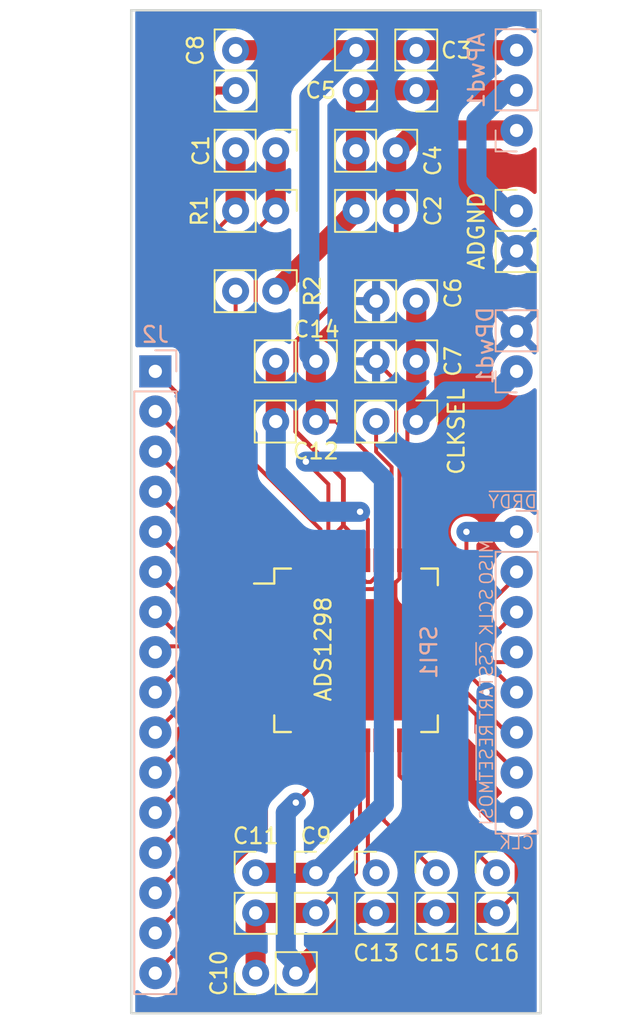
<source format=kicad_pcb>
(kicad_pcb (version 20240108) (generator "pcbnew") (generator_version "8.0")
  (layers (0 "F.Cu" signal) (31 "B.Cu" signal) (34 "B.Paste" user) (35 "F.Paste" user) (36 "B.SilkS" user "B.Silkscreen") (37 "F.SilkS" user "F.Silkscreen") (38 "B.Mask" user) (39 "F.Mask" user) (44 "Edge.Cuts" user))
  (net 0 "")
  (net 1 "/IN8N")
  (net 2 "/IN8P")
  (net 3 "/IN7N")
  (net 4 "/IN7P")
  (net 5 "/IN6N")
  (net 6 "/IN6P")
  (net 7 "/IN5N")
  (net 8 "/IN5P")
  (net 9 "/IN4N")
  (net 10 "/IN4P")
  (net 11 "/IN3N")
  (net 12 "/IN3P")
  (net 13 "/IN2N")
  (net 14 "/IN2P")
  (net 15 "/IN1N")
  (net 16 "/IN1P")
  (net 17 "/ADS1298/TESTP_PACE_OUT1")
  (net 18 "/ADS1298/TESTN_PACE_OUT2")
  (net 19 "/AVDD")
  (net 20 "/AVSS")
  (net 21 "/ADS1298/RLDREF")
  (net 22 "Net-(ADS1-Pad25)")
  (net 23 "Net-(ADS1-Pad26)")
  (net 24 "Net-(ADS1-Pad27)")
  (net 25 "Net-(ADS1-Pad28)")
  (net 26 "Net-(ADS1-Pad29)")
  (net 27 "Net-(ADS1-Pad30)")
  (net 28 "/DGND")
  (net 29 "/MOSI")
  (net 30 "/DVDD")
  (net 31 "/~{RESET}")
  (net 32 "/CLK")
  (net 33 "/START")
  (net 34 "/~{CS}")
  (net 35 "/SPI_CLK")
  (net 36 "/MISO")
  (net 37 "/~{DRDY}")
  (net 38 "/CLKSEL")
  (net 39 "Net-(ADS1-Pad55)")
  (net 40 "/ADS1298/RLDINV")
  (net 41 "/ADS1298/RLDIN")
  (net 42 "/RDLout")
  (net 43 "Net-(ADS1-Pad64)")
  (net 44 "/AGND")
  (footprint "Housings_QFP:TQFP-64_10x10mm_Pitch0.5mm" (layer "F.Cu") (at 119.38 111.6396)
    (property "Reference" "ADS1298" (at -2.076 -0.082 90) (layer "F.SilkS"))
    (property "Value" "ADS1298")
    (pad "1" smd rect (at -5.7 -3.75) (size 1.5 0.3) (layers "F.Cu" "F.Paste" "F.Mask") (net 1 "/IN8N"))
    (pad "2" smd rect (at -5.7 -3.25) (size 1.5 0.3) (layers "F.Cu" "F.Paste" "F.Mask") (net 2 "/IN8P"))
    (pad "3" smd rect (at -5.7 -2.75) (size 1.5 0.3) (layers "F.Cu" "F.Paste" "F.Mask") (net 3 "/IN7N"))
    (pad "4" smd rect (at -5.7 -2.25) (size 1.5 0.3) (layers "F.Cu" "F.Paste" "F.Mask") (net 4 "/IN7P"))
    (pad "5" smd rect (at -5.7 -1.75) (size 1.5 0.3) (layers "F.Cu" "F.Paste" "F.Mask") (net 5 "/IN6N"))
    (pad "6" smd rect (at -5.7 -1.25) (size 1.5 0.3) (layers "F.Cu" "F.Paste" "F.Mask") (net 6 "/IN6P"))
    (pad "7" smd rect (at -5.7 -0.75) (size 1.5 0.3) (layers "F.Cu" "F.Paste" "F.Mask") (net 7 "/IN5N"))
    (pad "8" smd rect (at -5.7 -0.25) (size 1.5 0.3) (layers "F.Cu" "F.Paste" "F.Mask") (net 8 "/IN5P"))
    (pad "9" smd rect (at -5.7 0.25) (size 1.5 0.3) (layers "F.Cu" "F.Paste" "F.Mask") (net 9 "/IN4N"))
    (pad "10" smd rect (at -5.7 0.75) (size 1.5 0.3) (layers "F.Cu" "F.Paste" "F.Mask") (net 10 "/IN4P"))
    (pad "11" smd rect (at -5.7 1.25) (size 1.5 0.3) (layers "F.Cu" "F.Paste" "F.Mask") (net 11 "/IN3N"))
    (pad "12" smd rect (at -5.7 1.75) (size 1.5 0.3) (layers "F.Cu" "F.Paste" "F.Mask") (net 12 "/IN3P"))
    (pad "13" smd rect (at -5.7 2.25) (size 1.5 0.3) (layers "F.Cu" "F.Paste" "F.Mask") (net 13 "/IN2N"))
    (pad "14" smd rect (at -5.7 2.75) (size 1.5 0.3) (layers "F.Cu" "F.Paste" "F.Mask") (net 14 "/IN2P"))
    (pad "15" smd rect (at -5.7 3.25) (size 1.5 0.3) (layers "F.Cu" "F.Paste" "F.Mask") (net 15 "/IN1N"))
    (pad "16" smd rect (at -5.7 3.75) (size 1.5 0.3) (layers "F.Cu" "F.Paste" "F.Mask") (net 16 "/IN1P"))
    (pad "17" smd rect (at -3.75 5.7 90) (size 1.5 0.3) (layers "F.Cu" "F.Paste" "F.Mask") (net 17 "/ADS1298/TESTP_PACE_OUT1"))
    (pad "18" smd rect (at -3.25 5.7 90) (size 1.5 0.3) (layers "F.Cu" "F.Paste" "F.Mask") (net 18 "/ADS1298/TESTN_PACE_OUT2"))
    (pad "19" smd rect (at -2.75 5.7 90) (size 1.5 0.3) (layers "F.Cu" "F.Paste" "F.Mask") (net 19 "/AVDD"))
    (pad "20" smd rect (at -2.25 5.7 90) (size 1.5 0.3) (layers "F.Cu" "F.Paste" "F.Mask") (net 20 "/AVSS"))
    (pad "21" smd rect (at -1.75 5.7 90) (size 1.5 0.3) (layers "F.Cu" "F.Paste" "F.Mask") (net 19 "/AVDD"))
    (pad "22" smd rect (at -1.25 5.7 90) (size 1.5 0.3) (layers "F.Cu" "F.Paste" "F.Mask") (net 19 "/AVDD"))
    (pad "23" smd rect (at -0.75 5.7 90) (size 1.5 0.3) (layers "F.Cu" "F.Paste" "F.Mask") (net 20 "/AVSS"))
    (pad "24" smd rect (at -0.25 5.7 90) (size 1.5 0.3) (layers "F.Cu" "F.Paste" "F.Mask") (net 21 "/ADS1298/RLDREF"))
    (pad "25" smd rect (at 0.25 5.7 90) (size 1.5 0.3) (layers "F.Cu" "F.Paste" "F.Mask") (net 22 "Net-(ADS1-Pad25)"))
    (pad "26" smd rect (at 0.75 5.7 90) (size 1.5 0.3) (layers "F.Cu" "F.Paste" "F.Mask") (net 23 "Net-(ADS1-Pad26)"))
    (pad "27" smd rect (at 1.25 5.7 90) (size 1.5 0.3) (layers "F.Cu" "F.Paste" "F.Mask") (net 24 "Net-(ADS1-Pad27)"))
    (pad "28" smd rect (at 1.75 5.7 90) (size 1.5 0.3) (layers "F.Cu" "F.Paste" "F.Mask") (net 25 "Net-(ADS1-Pad28)"))
    (pad "29" smd rect (at 2.25 5.7 90) (size 1.5 0.3) (layers "F.Cu" "F.Paste" "F.Mask") (net 26 "Net-(ADS1-Pad29)"))
    (pad "30" smd rect (at 2.75 5.7 90) (size 1.5 0.3) (layers "F.Cu" "F.Paste" "F.Mask") (net 27 "Net-(ADS1-Pad30)"))
    (pad "31" smd rect (at 3.25 5.7 90) (size 1.5 0.3) (layers "F.Cu" "F.Paste" "F.Mask") (net 28 "/DGND"))
    (pad "32" smd rect (at 3.75 5.7 90) (size 1.5 0.3) (layers "F.Cu" "F.Paste" "F.Mask") (net 20 "/AVSS"))
    (pad "33" smd rect (at 5.7 3.75) (size 1.5 0.3) (layers "F.Cu" "F.Paste" "F.Mask") (net 28 "/DGND"))
    (pad "34" smd rect (at 5.7 3.25) (size 1.5 0.3) (layers "F.Cu" "F.Paste" "F.Mask") (net 29 "/MOSI"))
    (pad "35" smd rect (at 5.7 2.75) (size 1.5 0.3) (layers "F.Cu" "F.Paste" "F.Mask") (net 30 "/DVDD"))
    (pad "36" smd rect (at 5.7 2.25) (size 1.5 0.3) (layers "F.Cu" "F.Paste" "F.Mask") (net 31 "/~{RESET}"))
    (pad "37" smd rect (at 5.7 1.75) (size 1.5 0.3) (layers "F.Cu" "F.Paste" "F.Mask") (net 32 "/CLK"))
    (pad "38" smd rect (at 5.7 1.25) (size 1.5 0.3) (layers "F.Cu" "F.Paste" "F.Mask") (net 33 "/START"))
    (pad "39" smd rect (at 5.7 0.75) (size 1.5 0.3) (layers "F.Cu" "F.Paste" "F.Mask") (net 34 "/~{CS}"))
    (pad "40" smd rect (at 5.7 0.25) (size 1.5 0.3) (layers "F.Cu" "F.Paste" "F.Mask") (net 35 "/SPI_CLK"))
    (pad "41" smd rect (at 5.7 -0.25) (size 1.5 0.3) (layers "F.Cu" "F.Paste" "F.Mask") (net 28 "/DGND"))
    (pad "42" smd rect (at 5.7 -0.75) (size 1.5 0.3) (layers "F.Cu" "F.Paste" "F.Mask") (net 28 "/DGND"))
    (pad "43" smd rect (at 5.7 -1.25) (size 1.5 0.3) (layers "F.Cu" "F.Paste" "F.Mask") (net 36 "/MISO"))
    (pad "44" smd rect (at 5.7 -1.75) (size 1.5 0.3) (layers "F.Cu" "F.Paste" "F.Mask") (net 28 "/DGND"))
    (pad "45" smd rect (at 5.7 -2.25) (size 1.5 0.3) (layers "F.Cu" "F.Paste" "F.Mask") (net 28 "/DGND"))
    (pad "46" smd rect (at 5.7 -2.75) (size 1.5 0.3) (layers "F.Cu" "F.Paste" "F.Mask") (net 28 "/DGND"))
    (pad "47" smd rect (at 5.7 -3.25) (size 1.5 0.3) (layers "F.Cu" "F.Paste" "F.Mask") (net 37 "/~{DRDY}"))
    (pad "48" smd rect (at 5.7 -3.75) (size 1.5 0.3) (layers "F.Cu" "F.Paste" "F.Mask") (net 30 "/DVDD"))
    (pad "49" smd rect (at 3.75 -5.7 90) (size 1.5 0.3) (layers "F.Cu" "F.Paste" "F.Mask") (net 28 "/DGND"))
    (pad "50" smd rect (at 3.25 -5.7 90) (size 1.5 0.3) (layers "F.Cu" "F.Paste" "F.Mask") (net 30 "/DVDD"))
    (pad "51" smd rect (at 2.75 -5.7 90) (size 1.5 0.3) (layers "F.Cu" "F.Paste" "F.Mask") (net 28 "/DGND"))
    (pad "52" smd rect (at 2.25 -5.7 90) (size 1.5 0.3) (layers "F.Cu" "F.Paste" "F.Mask") (net 38 "/CLKSEL"))
    (pad "53" smd rect (at 1.75 -5.7 90) (size 1.5 0.3) (layers "F.Cu" "F.Paste" "F.Mask") (net 20 "/AVSS"))
    (pad "54" smd rect (at 1.25 -5.7 90) (size 1.5 0.3) (layers "F.Cu" "F.Paste" "F.Mask") (net 19 "/AVDD"))
    (pad "55" smd rect (at 0.75 -5.7 90) (size 1.5 0.3) (layers "F.Cu" "F.Paste" "F.Mask") (net 39 "Net-(ADS1-Pad55)"))
    (pad "56" smd rect (at 0.25 -5.7 90) (size 1.5 0.3) (layers "F.Cu" "F.Paste" "F.Mask") (net 19 "/AVDD"))
    (pad "57" smd rect (at -0.25 -5.7 90) (size 1.5 0.3) (layers "F.Cu" "F.Paste" "F.Mask") (net 20 "/AVSS"))
    (pad "58" smd rect (at -0.75 -5.7 90) (size 1.5 0.3) (layers "F.Cu" "F.Paste" "F.Mask") (net 20 "/AVSS"))
    (pad "59" smd rect (at -1.25 -5.7 90) (size 1.5 0.3) (layers "F.Cu" "F.Paste" "F.Mask") (net 19 "/AVDD"))
    (pad "60" smd rect (at -1.75 -5.7 90) (size 1.5 0.3) (layers "F.Cu" "F.Paste" "F.Mask") (net 21 "/ADS1298/RLDREF"))
    (pad "61" smd rect (at -2.25 -5.7 90) (size 1.5 0.3) (layers "F.Cu" "F.Paste" "F.Mask") (net 40 "/ADS1298/RLDINV"))
    (pad "62" smd rect (at -2.75 -5.7 90) (size 1.5 0.3) (layers "F.Cu" "F.Paste" "F.Mask") (net 41 "/ADS1298/RLDIN"))
    (pad "63" smd rect (at -3.25 -5.7 90) (size 1.5 0.3) (layers "F.Cu" "F.Paste" "F.Mask") (net 42 "/RDLout"))
    (pad "64" smd rect (at -3.75 -5.7 90) (size 1.5 0.3) (layers "F.Cu" "F.Paste" "F.Mask") (net 43 "Net-(ADS1-Pad64)"))
  )
  (footprint "Connector_PinHeader_2.54mm:PinHeader_1x02_P2.54mm_Vertical" (layer "F.Cu") (at 114.3 80.01 -90)
    (property "Reference" "C1" (at 0 4.7294 90) (layer "F.SilkS"))
    (property "Value" "1nf")
    (pad "1" thru_hole circle (at 0 0 270) (size 1.7 1.7) (drill 0.8382) (layers "*.Cu" "*.Mask") (net 40 "/ADS1298/RLDINV"))
    (pad "2" thru_hole oval (at 0 2.54 270) (size 1.7 1.7) (drill 0.8382) (layers "*.Cu" "*.Mask") (net 42 "/RDLout"))
  )
  (footprint "Connector_PinHeader_2.54mm:PinHeader_1x02_P2.54mm_Vertical" (layer "F.Cu") (at 121.92 83.82 -90)
    (property "Reference" "C2" (at 0 -2.33 90) (layer "F.SilkS"))
    (property "Value" "1uF")
    (pad "1" thru_hole circle (at 0 0 270) (size 1.7 1.7) (drill 0.8382) (layers "*.Cu" "*.Mask") (net 19 "/AVDD"))
    (pad "2" thru_hole oval (at 0 2.54 270) (size 1.7 1.7) (drill 0.8382) (layers "*.Cu" "*.Mask") (net 44 "/AGND"))
  )
  (footprint "Connector_PinHeader_2.54mm:PinHeader_1x02_P2.54mm_Vertical" (layer "F.Cu") (at 123.19 76.2 180)
    (property "Reference" "C3" (at -2.54 2.54 0) (layer "F.SilkS"))
    (property "Value" "1uF")
    (pad "1" thru_hole circle (at 0 0 180) (size 1.7 1.7) (drill 0.8382) (layers "*.Cu" "*.Mask") (net 44 "/AGND"))
    (pad "2" thru_hole oval (at 0 2.54 180) (size 1.7 1.7) (drill 0.8382) (layers "*.Cu" "*.Mask") (net 20 "/AVSS"))
  )
  (footprint "Connector_PinHeader_2.54mm:PinHeader_1x02_P2.54mm_Vertical" (layer "F.Cu") (at 121.92 80.01 -90)
    (property "Reference" "C4" (at 0.635 -2.33 90) (layer "F.SilkS"))
    (property "Value" "0.1uF")
    (pad "1" thru_hole circle (at 0 0 270) (size 1.7 1.7) (drill 0.8382) (layers "*.Cu" "*.Mask") (net 19 "/AVDD"))
    (pad "2" thru_hole oval (at 0 2.54 270) (size 1.7 1.7) (drill 0.8382) (layers "*.Cu" "*.Mask") (net 44 "/AGND"))
  )
  (footprint "Connector_PinHeader_2.54mm:PinHeader_1x02_P2.54mm_Vertical" (layer "F.Cu") (at 119.38 76.2 180)
    (property "Reference" "C5" (at 2.2352 0.005 0) (layer "F.SilkS"))
    (property "Value" "0.1uF")
    (pad "1" thru_hole circle (at 0 0 180) (size 1.7 1.7) (drill 0.8382) (layers "*.Cu" "*.Mask") (net 44 "/AGND"))
    (pad "2" thru_hole oval (at 0 2.54 180) (size 1.7 1.7) (drill 0.8382) (layers "*.Cu" "*.Mask") (net 20 "/AVSS"))
  )
  (footprint "Connector_PinHeader_2.54mm:PinHeader_1x02_P2.54mm_Vertical" (layer "F.Cu") (at 123.19 89.535 -90)
    (property "Reference" "C6" (at -0.508 -2.33 90) (layer "F.SilkS"))
    (property "Value" "1uF")
    (pad "1" thru_hole circle (at 0 0 270) (size 1.7 1.7) (drill 0.8382) (layers "*.Cu" "*.Mask") (net 30 "/DVDD"))
    (pad "2" thru_hole oval (at 0 2.54 270) (size 1.7 1.7) (drill 0.8382) (layers "*.Cu" "*.Mask") (net 28 "/DGND"))
  )
  (footprint "Connector_PinHeader_2.54mm:PinHeader_1x02_P2.54mm_Vertical" (layer "F.Cu") (at 123.19 93.345 -90)
    (property "Reference" "C7" (at 0 -2.33 90) (layer "F.SilkS"))
    (property "Value" "0.1uF")
    (pad "1" thru_hole circle (at 0 0 270) (size 1.7 1.7) (drill 0.8382) (layers "*.Cu" "*.Mask") (net 30 "/DVDD"))
    (pad "2" thru_hole oval (at 0 2.54 270) (size 1.7 1.7) (drill 0.8382) (layers "*.Cu" "*.Mask") (net 28 "/DGND"))
  )
  (footprint "Connector_PinHeader_2.54mm:PinHeader_1x02_P2.54mm_Vertical" (layer "F.Cu") (at 111.76 73.66)
    (property "Reference" "C8" (at -2.54 0 90) (layer "F.SilkS"))
    (property "Value" "100pf")
    (pad "1" thru_hole circle (at 0 0) (size 1.7 1.7) (drill 0.8382) (layers "*.Cu" "*.Mask") (net 20 "/AVSS"))
    (pad "2" thru_hole oval (at 0 2.54) (size 1.7 1.7) (drill 0.8382) (layers "*.Cu" "*.Mask") (net 43 "Net-(ADS1-Pad64)"))
  )
  (footprint "Connector_PinHeader_2.54mm:PinHeader_1x02_P2.54mm_Vertical" (layer "F.Cu") (at 116.84 125.725)
    (property "Reference" "C9" (at 0 -2.33 0) (layer "F.SilkS"))
    (property "Value" "0.1uF")
    (pad "1" thru_hole circle (at 0 0) (size 1.7 1.7) (drill 0.8382) (layers "*.Cu" "*.Mask") (net 21 "/ADS1298/RLDREF"))
    (pad "2" thru_hole oval (at 0 2.54) (size 1.7 1.7) (drill 0.8382) (layers "*.Cu" "*.Mask") (net 22 "Net-(ADS1-Pad25)"))
  )
  (footprint "Connector_PinHeader_2.54mm:PinHeader_1x02_P2.54mm_Vertical" (layer "F.Cu") (at 113.03 132.08 90)
    (property "Reference" "C10" (at 0 -2.33 90) (layer "F.SilkS"))
    (property "Value" "1uF")
    (pad "1" thru_hole circle (at 0 0 90) (size 1.7 1.7) (drill 0.8382) (layers "*.Cu" "*.Mask") (net 22 "Net-(ADS1-Pad25)"))
    (pad "2" thru_hole oval (at 0 2.54 90) (size 1.7 1.7) (drill 0.8382) (layers "*.Cu" "*.Mask") (net 20 "/AVSS"))
  )
  (footprint "Connector_PinHeader_2.54mm:PinHeader_1x02_P2.54mm_Vertical" (layer "F.Cu") (at 113.03 125.725)
    (property "Reference" "C11" (at 0 -2.33 0) (layer "F.SilkS"))
    (property "Value" "10uF")
    (pad "1" thru_hole circle (at 0 0) (size 1.7 1.7) (drill 0.8382) (layers "*.Cu" "*.Mask") (net 21 "/ADS1298/RLDREF"))
    (pad "2" thru_hole oval (at 0 2.54) (size 1.7 1.7) (drill 0.8382) (layers "*.Cu" "*.Mask") (net 22 "Net-(ADS1-Pad25)"))
  )
  (footprint "Connector_PinHeader_2.54mm:PinHeader_1x02_P2.54mm_Vertical" (layer "F.Cu") (at 116.84 97.155 -90)
    (property "Reference" "C12" (at 1.8796 0.005 180) (layer "F.SilkS"))
    (property "Value" "1uF")
    (pad "1" thru_hole circle (at 0 0 270) (size 1.7 1.7) (drill 0.8382) (layers "*.Cu" "*.Mask") (net 20 "/AVSS"))
    (pad "2" thru_hole oval (at 0 2.54 270) (size 1.7 1.7) (drill 0.8382) (layers "*.Cu" "*.Mask") (net 39 "Net-(ADS1-Pad55)"))
  )
  (footprint "Connector_PinHeader_2.54mm:PinHeader_1x02_P2.54mm_Vertical" (layer "F.Cu") (at 120.65 125.725)
    (property "Reference" "C13" (at 0 5.085 0) (layer "F.SilkS"))
    (property "Value" "1uF")
    (pad "1" thru_hole circle (at 0 0) (size 1.7 1.7) (drill 0.8382) (layers "*.Cu" "*.Mask") (net 23 "Net-(ADS1-Pad26)"))
    (pad "2" thru_hole oval (at 0 2.54) (size 1.7 1.7) (drill 0.8382) (layers "*.Cu" "*.Mask") (net 20 "/AVSS"))
  )
  (footprint "Connector_PinHeader_2.54mm:PinHeader_1x02_P2.54mm_Vertical" (layer "F.Cu") (at 116.84 93.345 -90)
    (property "Reference" "C14" (at -2.032 -0.0458 180) (layer "F.SilkS"))
    (property "Value" "0.1uF")
    (pad "1" thru_hole circle (at 0 0 270) (size 1.7 1.7) (drill 0.8382) (layers "*.Cu" "*.Mask") (net 20 "/AVSS"))
    (pad "2" thru_hole oval (at 0 2.54 270) (size 1.7 1.7) (drill 0.8382) (layers "*.Cu" "*.Mask") (net 39 "Net-(ADS1-Pad55)"))
  )
  (footprint "Connector_PinHeader_2.54mm:PinHeader_1x02_P2.54mm_Vertical" (layer "F.Cu") (at 124.46 125.725)
    (property "Reference" "C15" (at 0 5.085 0) (layer "F.SilkS"))
    (property "Value" "22uF")
    (pad "1" thru_hole circle (at 0 0) (size 1.7 1.7) (drill 0.8382) (layers "*.Cu" "*.Mask") (net 25 "Net-(ADS1-Pad28)"))
    (pad "2" thru_hole oval (at 0 2.54) (size 1.7 1.7) (drill 0.8382) (layers "*.Cu" "*.Mask") (net 20 "/AVSS"))
  )
  (footprint "Connector_PinHeader_2.54mm:PinHeader_1x02_P2.54mm_Vertical" (layer "F.Cu") (at 128.27 125.725)
    (property "Reference" "C16" (at 0 5.085 0) (layer "F.SilkS"))
    (property "Value" "1uF")
    (pad "1" thru_hole circle (at 0 0) (size 1.7 1.7) (drill 0.8382) (layers "*.Cu" "*.Mask") (net 27 "Net-(ADS1-Pad30)"))
    (pad "2" thru_hole oval (at 0 2.54) (size 1.7 1.7) (drill 0.8382) (layers "*.Cu" "*.Mask") (net 20 "/AVSS"))
  )
  (footprint "Connector_PinHeader_2.54mm:PinHeader_1x02_P2.54mm_Vertical" (layer "F.Cu") (at 123.19 97.155 -90)
    (property "Reference" "CLKSEL" (at 0.635 -2.54 -90) (layer "F.SilkS"))
    (property "Value" "Jumper_NO_Small")
    (pad "1" thru_hole circle (at 0 0 270) (size 1.7 1.7) (drill 0.8382) (layers "*.Cu" "*.Mask") (net 30 "/DVDD"))
    (pad "2" thru_hole oval (at 0 2.54 270) (size 1.7 1.7) (drill 0.8382) (layers "*.Cu" "*.Mask") (net 38 "/CLKSEL"))
  )
  (footprint "Connector_PinHeader_2.54mm:PinHeader_1x02_P2.54mm_Vertical" (layer "F.Cu") (at 129.54 83.82)
    (property "Reference" "ADGND" (at -2.54 1.27 90) (layer "F.SilkS"))
    (property "Value" "Jumper_NO_Small")
    (pad "1" thru_hole circle (at 0 0) (size 2.032 2.032) (drill 0.8382) (layers "*.Cu" "*.Mask") (net 44 "/AGND"))
    (pad "2" thru_hole circle (at 0 2.54) (size 2.032 2.032) (drill 0.8382) (layers "*.Cu" "*.Mask") (net 28 "/DGND"))
  )
  (footprint "Connector_PinHeader_2.54mm:PinHeader_1x02_P2.54mm_Vertical" (layer "F.Cu") (at 114.3 83.82 -90)
    (property "Reference" "R1" (at 0 4.831 90) (layer "F.SilkS"))
    (property "Value" "1M")
    (pad "1" thru_hole circle (at 0 0 270) (size 1.7 1.7) (drill 0.8382) (layers "*.Cu" "*.Mask") (net 40 "/ADS1298/RLDINV"))
    (pad "2" thru_hole oval (at 0 2.54 270) (size 1.7 1.7) (drill 0.8382) (layers "*.Cu" "*.Mask") (net 42 "/RDLout"))
  )
  (footprint "Connector_PinHeader_2.54mm:PinHeader_1x02_P2.54mm_Vertical" (layer "F.Cu") (at 114.3 88.9 -90)
    (property "Reference" "R2" (at 0 -2.33 90) (layer "F.SilkS"))
    (property "Value" "1M")
    (pad "1" thru_hole circle (at 0 0 270) (size 1.7 1.7) (drill 0.8382) (layers "*.Cu" "*.Mask") (net 44 "/AGND"))
    (pad "2" thru_hole oval (at 0 2.54 270) (size 1.7 1.7) (drill 0.8382) (layers "*.Cu" "*.Mask") (net 41 "/ADS1298/RLDIN"))
  )
  (footprint "Connector_PinHeader_2.54mm:PinHeader_1x03_P2.54mm_Vertical" (layer "B.Cu") (at 129.54 78.725)
    (property "Reference" "APwd1" (at -2.54 -3.795 90) (layer "B.SilkS") (effects (justify mirror)))
    (property "Value" "Conn_01x03")
    (pad "1" thru_hole circle (at 0 0) (size 2.032 2.032) (drill 0.8382) (layers "*.Cu" "*.Mask") (net 19 "/AVDD"))
    (pad "2" thru_hole circle (at 0 -2.54) (size 2.032 2.032) (drill 0.8382) (layers "*.Cu" "*.Mask") (net 44 "/AGND"))
    (pad "3" thru_hole circle (at 0 -5.08) (size 2.032 2.032) (drill 0.8382) (layers "*.Cu" "*.Mask") (net 20 "/AVSS"))
  )
  (footprint "Connector_PinHeader_2.54mm:PinHeader_1x02_P2.54mm_Vertical" (layer "B.Cu") (at 129.54 93.98)
    (property "Reference" "DPwd1" (at -1.9812 -1.6306 -90) (layer "B.SilkS") (effects (justify mirror)))
    (property "Value" "Conn_01x02")
    (pad "1" thru_hole circle (at 0 0) (size 2.032 2.032) (drill 0.8382) (layers "*.Cu" "*.Mask") (net 30 "/DVDD"))
    (pad "2" thru_hole circle (at 0 -2.54) (size 2.032 2.032) (drill 0.8382) (layers "*.Cu" "*.Mask") (net 28 "/DGND"))
  )
  (footprint "Connector_PinHeader_2.54mm:PinHeader_1x08_P2.54mm_Vertical" (layer "B.Cu") (at 129.54 104.14 180)
    (property "Reference" "SPI1" (at 5.5372 -7.62 90) (layer "B.SilkS") (effects (justify mirror)))
    (property "Value" "Conn_01x08")
    (pad "1" thru_hole circle (at 0 0 180) (size 2.032 2.032) (drill 0.8382) (layers "*.Cu" "*.Mask") (net 37 "/~{DRDY}"))
    (pad "2" thru_hole circle (at 0 -2.54 180) (size 2.032 2.032) (drill 0.8382) (layers "*.Cu" "*.Mask") (net 36 "/MISO"))
    (pad "3" thru_hole circle (at 0 -5.08 180) (size 2.032 2.032) (drill 0.8382) (layers "*.Cu" "*.Mask") (net 35 "/SPI_CLK"))
    (pad "4" thru_hole circle (at 0 -7.62 180) (size 2.032 2.032) (drill 0.8382) (layers "*.Cu" "*.Mask") (net 34 "/~{CS}"))
    (pad "5" thru_hole circle (at 0 -10.16 180) (size 2.032 2.032) (drill 0.8382) (layers "*.Cu" "*.Mask") (net 33 "/START"))
    (pad "6" thru_hole circle (at 0 -12.7 180) (size 2.032 2.032) (drill 0.8382) (layers "*.Cu" "*.Mask") (net 31 "/~{RESET}"))
    (pad "7" thru_hole circle (at 0 -15.24 180) (size 2.032 2.032) (drill 0.8382) (layers "*.Cu" "*.Mask") (net 29 "/MOSI"))
    (pad "8" thru_hole circle (at 0 -17.78 180) (size 2.032 2.032) (drill 0.8382) (layers "*.Cu" "*.Mask") (net 32 "/CLK"))
  )
  (footprint "Connector_PinHeader_2.54mm:PinHeader_1x16_P2.54mm_Vertical" (layer "B.Cu") (at 106.68 93.98 180)
    (property "Reference" "J2" (at 0 2.33 0) (layer "B.SilkS") (effects (justify mirror)))
    (property "Value" "Conn_01x16_Female")
    (pad "1" thru_hole rect (at 0 0 180) (size 2.032 2.032) (drill 0.8382) (layers "*.Cu" "*.Mask") (net 1 "/IN8N"))
    (pad "2" thru_hole circle (at 0 -2.54 180) (size 2.032 2.032) (drill 0.8382) (layers "*.Cu" "*.Mask") (net 2 "/IN8P"))
    (pad "3" thru_hole circle (at 0 -5.08 180) (size 2.032 2.032) (drill 0.8382) (layers "*.Cu" "*.Mask") (net 3 "/IN7N"))
    (pad "4" thru_hole circle (at 0 -7.62 180) (size 2.032 2.032) (drill 0.8382) (layers "*.Cu" "*.Mask") (net 4 "/IN7P"))
    (pad "5" thru_hole circle (at 0 -10.16 180) (size 2.032 2.032) (drill 0.8382) (layers "*.Cu" "*.Mask") (net 5 "/IN6N"))
    (pad "6" thru_hole circle (at 0 -12.7 180) (size 2.032 2.032) (drill 0.8382) (layers "*.Cu" "*.Mask") (net 6 "/IN6P"))
    (pad "7" thru_hole circle (at 0 -15.24 180) (size 2.032 2.032) (drill 0.8382) (layers "*.Cu" "*.Mask") (net 7 "/IN5N"))
    (pad "8" thru_hole circle (at 0 -17.78 180) (size 2.032 2.032) (drill 0.8382) (layers "*.Cu" "*.Mask") (net 8 "/IN5P"))
    (pad "9" thru_hole circle (at 0 -20.32 180) (size 2.032 2.032) (drill 0.8382) (layers "*.Cu" "*.Mask") (net 9 "/IN4N"))
    (pad "10" thru_hole circle (at 0 -22.86 180) (size 2.032 2.032) (drill 0.8382) (layers "*.Cu" "*.Mask") (net 10 "/IN4P"))
    (pad "11" thru_hole circle (at 0 -25.4 180) (size 2.032 2.032) (drill 0.8382) (layers "*.Cu" "*.Mask") (net 11 "/IN3N"))
    (pad "12" thru_hole circle (at 0 -27.94 180) (size 2.032 2.032) (drill 0.8382) (layers "*.Cu" "*.Mask") (net 12 "/IN3P"))
    (pad "13" thru_hole circle (at 0 -30.48 180) (size 2.032 2.032) (drill 0.8382) (layers "*.Cu" "*.Mask") (net 13 "/IN2N"))
    (pad "14" thru_hole circle (at 0 -33.02 180) (size 2.032 2.032) (drill 0.8382) (layers "*.Cu" "*.Mask") (net 14 "/IN2P"))
    (pad "15" thru_hole circle (at 0 -35.56 180) (size 2.032 2.032) (drill 0.8382) (layers "*.Cu" "*.Mask") (net 15 "/IN1N"))
    (pad "16" thru_hole circle (at 0 -38.1 180) (size 2.032 2.032) (drill 0.8382) (layers "*.Cu" "*.Mask") (net 16 "/IN1P"))
  )
  (gr_rect (start 105.156 71.12) (end 131.064 134.62) (stroke (width 0.15)) (fill none) (layer "Edge.Cuts"))
  (gr_text "CLK" (at 129.54 123.825 0) (layer "B.SilkS") (effects (font (size 0.8 0.8) (thickness 0.1)) (justify mirror)))
  (gr_text "MOSI" (at 127.635 121.285 90) (layer "B.SilkS") (effects (font (size 0.8 0.8) (thickness 0.1)) (justify mirror)))
  (gr_text "SCLK" (at 127.635 109.22 90) (layer "B.SilkS") (effects (font (size 0.8 0.8) (thickness 0.1)) (justify mirror)))
  (gr_text "~{DRDY}" (at 129.286 102.235 0) (layer "B.SilkS") (effects (font (size 0.8 0.8) (thickness 0.1)) (justify mirror)))
  (gr_text "START" (at 127.635 114.3 90) (layer "B.SilkS") (effects (font (size 0.8 0.8) (thickness 0.1)) (justify mirror)))
  (gr_text "~{CS}" (at 127.635 111.8616 90) (layer "B.SilkS") (effects (font (size 0.8 0.8) (thickness 0.1)) (justify mirror)))
  (gr_text "MISO" (at 127.635 106.045 90) (layer "B.SilkS") (effects (font (size 0.8 0.8) (thickness 0.1)) (justify mirror)))
  (gr_text "~{RESET}" (at 127.635 118.11 90) (layer "B.SilkS") (effects (font (size 0.8 0.8) (thickness 0.1)) (justify mirror)))
  (segment (start 110.401 104.6106) (end 110.401 101.697656) (width 0.254) (layer "F.Cu") (net 1))
  (segment (start 110.401 101.697656) (end 109.855 101.151658) (width 0.254) (layer "F.Cu") (net 1))
  (segment (start 109.855 97.155) (end 106.68 93.98) (width 0.254) (layer "F.Cu") (net 1))
  (segment (start 113.68 107.8896) (end 110.401 104.6106) (width 0.254) (layer "F.Cu") (net 1))
  (segment (start 109.855 101.151658) (end 109.855 97.155) (width 0.254) (layer "F.Cu") (net 1))
  (segment (start 112.626 108.3896) (end 113.68 108.3896) (width 0.254) (layer "F.Cu") (net 2))
  (segment (start 109.947 105.7106) (end 112.626 108.3896) (width 0.254) (layer "F.Cu") (net 2))
  (segment (start 109.947 101.88571) (end 109.947 105.7106) (width 0.254) (layer "F.Cu") (net 2))
  (segment (start 109.401 99.241) (end 109.401 101.339711) (width 0.254) (layer "F.Cu") (net 2))
  (segment (start 106.68 96.52) (end 109.401 99.241) (width 0.254) (layer "F.Cu") (net 2))
  (segment (start 109.401 101.339711) (end 109.947 101.88571) (width 0.254) (layer "F.Cu") (net 2))
  (segment (start 108.588526 100.968526) (end 106.68 99.06) (width 0.254) (layer "F.Cu") (net 3))
  (segment (start 110.815756 108.8896) (end 109.493 107.566844) (width 0.254) (layer "F.Cu") (net 3))
  (segment (start 109.493 103.770948) (end 108.588526 102.866474) (width 0.254) (layer "F.Cu") (net 3))
  (segment (start 109.493 107.566844) (end 109.493 103.770948) (width 0.254) (layer "F.Cu") (net 3))
  (segment (start 113.68 108.8896) (end 110.815756 108.8896) (width 0.254) (layer "F.Cu") (net 3))
  (segment (start 108.588526 102.866474) (end 108.588526 100.968526) (width 0.254) (layer "F.Cu") (net 3))
  (segment (start 113.68 109.3896) (end 110.673704 109.3896) (width 0.254) (layer "F.Cu") (net 4))
  (segment (start 109.039 107.754896) (end 109.039 103.959) (width 0.254) (layer "F.Cu") (net 4))
  (segment (start 109.039 103.959) (end 106.68 101.6) (width 0.254) (layer "F.Cu") (net 4))
  (segment (start 110.673704 109.3896) (end 109.039 107.754896) (width 0.254) (layer "F.Cu") (net 4))
  (segment (start 110.531652 109.8896) (end 108.585 107.942948) (width 0.254) (layer "F.Cu") (net 5))
  (segment (start 113.68 109.8896) (end 110.531652 109.8896) (width 0.254) (layer "F.Cu") (net 5))
  (segment (start 108.585 107.942948) (end 108.585 106.045) (width 0.254) (layer "F.Cu") (net 5))
  (segment (start 108.585 106.045) (end 106.68 104.14) (width 0.254) (layer "F.Cu") (net 5))
  (segment (start 110.3896 110.3896) (end 113.68 110.3896) (width 0.254) (layer "F.Cu") (net 6))
  (segment (start 106.68 106.68) (end 110.3896 110.3896) (width 0.254) (layer "F.Cu") (net 6))
  (segment (start 113.68 110.8896) (end 108.3496 110.8896) (width 0.254) (layer "F.Cu") (net 7))
  (segment (start 108.3496 110.8896) (end 106.68 109.22) (width 0.254) (layer "F.Cu") (net 7))
  (segment (start 107.0504 111.3896) (end 106.68 111.76) (width 0.2) (layer "F.Cu") (net 8))
  (segment (start 113.68 111.3896) (end 107.0504 111.3896) (width 0.254) (layer "F.Cu") (net 8))
  (segment (start 113.68 111.8896) (end 109.0904 111.8896) (width 0.254) (layer "F.Cu") (net 9))
  (segment (start 109.0904 111.8896) (end 106.68 114.3) (width 0.254) (layer "F.Cu") (net 9))
  (segment (start 113.68 112.3896) (end 111.1304 112.3896) (width 0.254) (layer "F.Cu") (net 10))
  (segment (start 111.1304 112.3896) (end 106.68 116.84) (width 0.254) (layer "F.Cu") (net 10))
  (segment (start 111.893348 112.8896) (end 113.68 112.8896) (width 0.254) (layer "F.Cu") (net 11))
  (segment (start 106.68 119.38) (end 108.131 117.929) (width 0.254) (layer "F.Cu") (net 11))
  (segment (start 108.131 116.651948) (end 111.893348 112.8896) (width 0.254) (layer "F.Cu") (net 11))
  (segment (start 108.131 117.929) (end 108.131 116.651948) (width 0.254) (layer "F.Cu") (net 11))
  (segment (start 108.585 116.84) (end 112.0354 113.3896) (width 0.254) (layer "F.Cu") (net 12))
  (segment (start 112.0354 113.3896) (end 113.68 113.3896) (width 0.254) (layer "F.Cu") (net 12))
  (segment (start 108.585 120.015) (end 108.585 116.84) (width 0.254) (layer "F.Cu") (net 12))
  (segment (start 106.68 121.92) (end 108.585 120.015) (width 0.254) (layer "F.Cu") (net 12))
  (segment (start 111.552 119.588) (end 111.552 114.6866) (width 0.254) (layer "F.Cu") (net 13))
  (segment (start 111.552 114.6866) (end 112.349 113.8896) (width 0.254) (layer "F.Cu") (net 13))
  (segment (start 112.349 113.8896) (end 113.68 113.8896) (width 0.254) (layer "F.Cu") (net 13))
  (segment (start 106.68 124.46) (end 111.552 119.588) (width 0.254) (layer "F.Cu") (net 13))
  (segment (start 112.006 114.987234) (end 112.226617 114.766617) (width 0.254) (layer "F.Cu") (net 14))
  (segment (start 113.68 114.3896) (end 112.603634 114.3896) (width 0.254) (layer "F.Cu") (net 14))
  (segment (start 112.603634 114.3896) (end 112.149 114.844234) (width 0.254) (layer "F.Cu") (net 14))
  (segment (start 106.68 127) (end 112.006 121.674) (width 0.254) (layer "F.Cu") (net 14))
  (segment (start 112.006 121.674) (end 112.006 114.987234) (width 0.254) (layer "F.Cu") (net 14))
  (segment (start 110.49 125.722948) (end 110.49 125.73) (width 0.254) (layer "F.Cu") (net 15))
  (segment (start 110.49 125.73) (end 106.68 129.54) (width 0.254) (layer "F.Cu") (net 15))
  (segment (start 113.68 114.8896) (end 112.745686 114.8896) (width 0.254) (layer "F.Cu") (net 15))
  (segment (start 112.603 115.032286) (end 112.603 123.609948) (width 0.254) (layer "F.Cu") (net 15))
  (segment (start 112.745686 114.8896) (end 112.603 115.032286) (width 0.254) (layer "F.Cu") (net 15))
  (segment (start 112.603 123.609948) (end 110.49 125.722948) (width 0.254) (layer "F.Cu") (net 15))
  (segment (start 109.22 127.642052) (end 109.22 129.54) (width 0.254) (layer "F.Cu") (net 16))
  (segment (start 110.944 125.911) (end 110.944 125.918052) (width 0.254) (layer "F.Cu") (net 16))
  (segment (start 110.944 125.918052) (end 109.22 127.642052) (width 0.254) (layer "F.Cu") (net 16))
  (segment (start 113.68 123.175) (end 110.944 125.911) (width 0.254) (layer "F.Cu") (net 16))
  (segment (start 113.68 115.3896) (end 113.68 123.175) (width 0.254) (layer "F.Cu") (net 16))
  (segment (start 109.22 129.54) (end 106.68 132.08) (width 0.254) (layer "F.Cu") (net 16))
  (segment (start 118.5795 103.729805) (end 118.5795 100.7995) (width 0.3048) (layer "F.Cu") (net 19))
  (segment (start 116.63 116.415) (end 118.11 114.935) (width 0.25) (layer "F.Cu") (net 19))
  (segment (start 119.63 104.780305) (end 118.5795 103.729805) (width 0.254) (layer "F.Cu") (net 19))
  (segment (start 120.3046 107.315) (end 120.015 107.315) (width 0.25) (layer "F.Cu") (net 19))
  (segment (start 118.13 105.9396) (end 118.13 104.179305) (width 0.254) (layer "F.Cu") (net 19))
  (segment (start 120.015 107.315) (end 119.63 106.93) (width 0.25) (layer "F.Cu") (net 19))
  (segment (start 119.63 106.93) (end 119.63 105.9396) (width 0.25) (layer "F.Cu") (net 19))
  (segment (start 120.63 106.9896) (end 120.3046 107.315) (width 0.25) (layer "F.Cu") (net 19))
  (segment (start 123.205 78.725) (end 121.92 80.01) (width 1.27) (layer "F.Cu") (net 19))
  (segment (start 118.13 117.3396) (end 117.63 117.3396) (width 0.25) (layer "F.Cu") (net 19))
  (segment (start 118.5795 100.7995) (end 115.57 97.79) (width 0.3048) (layer "F.Cu") (net 19))
  (segment (start 121.92 85.725) (end 121.92 83.82) (width 0.3048) (layer "F.Cu") (net 19))
  (segment (start 120.63 105.9396) (end 120.63 106.9896) (width 0.25) (layer "F.Cu") (net 19))
  (segment (start 121.92 80.01) (end 121.92 83.82) (width 1.27) (layer "F.Cu") (net 19))
  (segment (start 119.63 105.9396) (end 119.63 104.780305) (width 0.254) (layer "F.Cu") (net 19))
  (segment (start 115.57 97.79) (end 115.57 92.075) (width 0.3048) (layer "F.Cu") (net 19))
  (segment (start 115.57 92.075) (end 121.92 85.725) (width 0.3048) (layer "F.Cu") (net 19))
  (segment (start 116.63 117.3396) (end 116.63 116.415) (width 0.25) (layer "F.Cu") (net 19))
  (segment (start 118.13 105.9396) (end 118.13 117.3396) (width 0.25) (layer "F.Cu") (net 19))
  (segment (start 118.13 104.179305) (end 118.5795 103.729805) (width 0.254) (layer "F.Cu") (net 19))
  (segment (start 129.54 78.725) (end 123.205 78.725) (width 1.27) (layer "F.Cu") (net 19))
  (segment (start 121.13 100.175) (end 118.11 97.155) (width 0.25) (layer "F.Cu") (net 20))
  (segment (start 118.63 118.225) (end 118.63 117.3396) (width 0.254) (layer "F.Cu") (net 20))
  (segment (start 123.13 118.685) (end 129.54 125.095) (width 0.254) (layer "F.Cu") (net 20))
  (segment (start 117.13 117.3396) (end 117.13 119.725) (width 0.254) (layer "F.Cu") (net 20))
  (segment (start 119.13 105.9396) (end 119.13 107.066396) (width 0.25) (layer "F.Cu") (net 20))
  (segment (start 111.775 73.645) (end 111.76 73.66) (width 1.27) (layer "F.Cu") (net 20))
  (segment (start 117.13 119.725) (end 118.63 118.225) (width 0.254) (layer "F.Cu") (net 20))
  (segment (start 115.57 132.075) (end 115.57 132.08) (width 1.27) (layer "F.Cu") (net 20))
  (segment (start 119.828604 107.765) (end 120.490996 107.765) (width 0.25) (layer "F.Cu") (net 20))
  (segment (start 118.11 97.155) (end 116.84 97.155) (width 0.25) (layer "F.Cu") (net 20))
  (segment (start 118.63 105.9396) (end 119.13 105.9396) (width 0.25) (layer "F.Cu") (net 20))
  (segment (start 119.38 128.265) (end 115.57 132.075) (width 1.27) (layer "F.Cu") (net 20))
  (segment (start 119.13 107.066396) (end 119.828604 107.765) (width 0.25) (layer "F.Cu") (net 20))
  (segment (start 121.13 105.9396) (end 121.13 100.175) (width 0.25) (layer "F.Cu") (net 20))
  (segment (start 129.54 126.995) (end 128.27 128.265) (width 0.254) (layer "F.Cu") (net 20))
  (segment (start 117.13 119.725) (end 115.57 121.285) (width 0.254) (layer "F.Cu") (net 20))
  (segment (start 120.490996 107.765) (end 121.13 107.125996) (width 0.25) (layer "F.Cu") (net 20))
  (segment (start 116.84 97.155) (end 116.84 93.345) (width 1.27) (layer "F.Cu") (net 20))
  (segment (start 121.13 107.125996) (end 121.13 105.9396) (width 0.25) (layer "F.Cu") (net 20))
  (segment (start 129.54 73.645) (end 111.775 73.645) (width 1.27) (layer "F.Cu") (net 20))
  (segment (start 123.13 117.3396) (end 123.13 118.685) (width 0.254) (layer "F.Cu") (net 20))
  (segment (start 129.54 125.095) (end 129.54 126.995) (width 0.254) (layer "F.Cu") (net 20))
  (segment (start 118.63 105.9396) (end 118.63 117.3396) (width 0.25) (layer "F.Cu") (net 20))
  (segment (start 127.87 128.265) (end 119.38 128.265) (width 1.27) (layer "F.Cu") (net 20))
  (via (at 115.57 121.285) (size 0.9652) (drill 0.4064) (layers "F.Cu" "B.Cu") (net 20))
  (segment (start 114.935 130.81) (end 114.935 121.92) (width 1.27) (layer "B.Cu") (net 20))
  (segment (start 116.84 93.345) (end 116.425 92.93) (width 1.27) (layer "B.Cu") (net 20))
  (segment (start 116.425 92.93) (end 116.425 76.615) (width 1.27) (layer "B.Cu") (net 20))
  (segment (start 115.57 131.445) (end 114.935 130.81) (width 1.27) (layer "B.Cu") (net 20))
  (segment (start 115.57 132.08) (end 115.57 131.445) (width 1.27) (layer "B.Cu") (net 20))
  (segment (start 116.425 76.615) (end 119.38 73.66) (width 1.27) (layer "B.Cu") (net 20))
  (segment (start 114.935 121.92) (end 115.57 121.285) (width 1.27) (layer "B.Cu") (net 20))
  (segment (start 116.835 125.73) (end 116.84 125.725) (width 1.27) (layer "F.Cu") (net 21))
  (segment (start 113.03 125.73) (end 116.835 125.73) (width 1.27) (layer "F.Cu") (net 21))
  (segment (start 116.205 99.695) (end 117.63 101.12) (width 0.25) (layer "F.Cu") (net 21))
  (segment (start 119.13 117.3396) (end 119.13 123.435) (width 0.254) (layer "F.Cu") (net 21))
  (segment (start 119.13 123.435) (end 116.84 125.725) (width 0.254) (layer "F.Cu") (net 21))
  (segment (start 117.63 101.12) (end 117.63 105.9396) (width 0.25) (layer "F.Cu") (net 21))
  (via (at 116.205 99.695) (size 0.9652) (drill 0.4064) (layers "F.Cu" "B.Cu") (net 21))
  (segment (start 116.84 125.725) (end 121.1405 121.4245) (width 1.27) (layer "B.Cu") (net 21))
  (segment (start 121.1405 100.8205) (end 120.015 99.695) (width 1.27) (layer "B.Cu") (net 21))
  (segment (start 120.015 99.695) (end 116.205 99.695) (width 1.27) (layer "B.Cu") (net 21))
  (segment (start 121.1405 121.4245) (end 121.1405 100.8205) (width 1.27) (layer "B.Cu") (net 21))
  (segment (start 113.03 128.27) (end 116.835 128.27) (width 1.27) (layer "F.Cu") (net 22))
  (segment (start 113.025 132.075) (end 113.025 128.275) (width 1.27) (layer "F.Cu") (net 22))
  (segment (start 119.63 117.3396) (end 119.63 123.577053) (width 0.254) (layer "F.Cu") (net 22))
  (segment (start 113.025 128.275) (end 113.03 128.27) (width 1.27) (layer "F.Cu") (net 22))
  (segment (start 113.03 132.08) (end 113.025 132.075) (width 1.27) (layer "F.Cu") (net 22))
  (segment (start 116.835 128.27) (end 116.84 128.265) (width 1.27) (layer "F.Cu") (net 22))
  (segment (start 119.63 123.577053) (end 119.375 123.832053) (width 0.254) (layer "F.Cu") (net 22))
  (segment (start 119.375 123.832053) (end 119.375 125.73) (width 0.254) (layer "F.Cu") (net 22))
  (segment (start 119.375 125.73) (end 116.84 128.265) (width 0.254) (layer "F.Cu") (net 22))
  (segment (start 120.13 125.205) (end 120.65 125.725) (width 0.254) (layer "F.Cu") (net 23))
  (segment (start 120.13 117.3396) (end 120.13 125.205) (width 0.254) (layer "F.Cu") (net 23))
  (segment (start 121.13 122.395) (end 124.46 125.725) (width 0.254) (layer "F.Cu") (net 25))
  (segment (start 121.13 117.3396) (end 121.13 122.395) (width 0.254) (layer "F.Cu") (net 25))
  (segment (start 122.13 119.585) (end 128.27 125.725) (width 0.254) (layer "F.Cu") (net 27))
  (segment (start 122.13 117.3396) (end 122.13 119.585) (width 0.254) (layer "F.Cu") (net 27))
  (segment (start 123.64 110.49) (end 124.0396 110.8896) (width 0.25) (layer "F.Cu") (net 28))
  (segment (start 125.08 111.3896) (end 125.08 110.8896) (width 0.25) (layer "F.Cu") (net 28))
  (segment (start 122.63 116.2896) (end 122.63 117.3396) (width 0.25) (layer "F.Cu") (net 28))
  (segment (start 121.92 99.689379) (end 122.13 99.899379) (width 0.254) (layer "F.Cu") (net 28))
  (segment (start 122.13 107.105) (end 121.92 107.315) (width 0.25) (layer "F.Cu") (net 28))
  (segment (start 125.08 109.8896) (end 125.08 108.8896) (width 0.25) (layer "F.Cu") (net 28))
  (segment (start 124.03 109.8896) (end 123.64 110.2796) (width 0.25) (layer "F.Cu") (net 28))
  (segment (start 127.635 103.505) (end 127 102.87) (width 0.25) (layer "F.Cu") (net 28))
  (segment (start 127.635 107.95) (end 127.635 103.505) (width 0.25) (layer "F.Cu") (net 28))
  (segment (start 121.92 94.615) (end 121.92 99.689379) (width 0.254) (layer "F.Cu") (net 28))
  (segment (start 126.6954 108.8896) (end 125.08 108.8896) (width 0.25) (layer "F.Cu") (net 28))
  (segment (start 123.13 105.47) (end 125.73 102.87) (width 0.25) (layer "F.Cu") (net 28))
  (segment (start 125.08 115.3896) (end 123.53 115.3896) (width 0.25) (layer "F.Cu") (net 28))
  (segment (start 122.13 99.899379) (end 122.13 105.9396) (width 0.254) (layer "F.Cu") (net 28))
  (segment (start 122.13 105.9396) (end 122.13 107.105) (width 0.25) (layer "F.Cu") (net 28))
  (segment (start 120.65 93.345) (end 121.92 94.615) (width 0.254) (layer "F.Cu") (net 28))
  (segment (start 123.13 105.9396) (end 123.13 105.47) (width 0.25) (layer "F.Cu") (net 28))
  (segment (start 125.08 109.8896) (end 124.03 109.8896) (width 0.25) (layer "F.Cu") (net 28))
  (segment (start 123.53 115.3896) (end 122.63 116.2896) (width 0.25) (layer "F.Cu") (net 28))
  (segment (start 123.64 110.2796) (end 123.64 110.49) (width 0.25) (layer "F.Cu") (net 28))
  (segment (start 124.0396 110.8896) (end 125.08 110.8896) (width 0.25) (layer "F.Cu") (net 28))
  (segment (start 126.6954 108.8896) (end 127.635 107.95) (width 0.25) (layer "F.Cu") (net 28))
  (segment (start 127 102.87) (end 125.73 102.87) (width 0.25) (layer "F.Cu") (net 28))
  (segment (start 129.54 119.38) (end 127 116.84) (width 0.254) (layer "F.Cu") (net 29))
  (segment (start 127 115.7596) (end 126.13 114.8896) (width 0.254) (layer "F.Cu") (net 29))
  (segment (start 127 116.84) (end 127 115.7596) (width 0.254) (layer "F.Cu") (net 29))
  (segment (start 126.13 114.8896) (end 125.08 114.8896) (width 0.254) (layer "F.Cu") (net 29))
  (segment (start 125.08 114.3896) (end 123.9146 114.3896) (width 0.25) (layer "F.Cu") (net 30))
  (segment (start 122.63 108.1696) (end 123.19 108.7296) (width 0.25) (layer "F.Cu") (net 30))
  (segment (start 123.19 97.155) (end 123.19 93.345) (width 1.27) (layer "F.Cu") (net 30))
  (segment (start 123.9146 114.3896) (end 123.825 114.3) (width 0.25) (layer "F.Cu") (net 30))
  (segment (start 122.63 105.9396) (end 122.63 108.1696) (width 0.25) (layer "F.Cu") (net 30))
  (segment (start 123.19 108.7296) (end 124.03 107.8896) (width 0.25) (layer "F.Cu") (net 30))
  (segment (start 124.03 107.8896) (end 125.08 107.8896) (width 0.25) (layer "F.Cu") (net 30))
  (segment (start 123.19 93.345) (end 123.19 89.535) (width 1.27) (layer "F.Cu") (net 30))
  (segment (start 123.825 114.3) (end 123.19 113.665) (width 0.25) (layer "F.Cu") (net 30))
  (segment (start 122.63 97.715) (end 123.19 97.155) (width 0.25) (layer "F.Cu") (net 30))
  (segment (start 123.19 113.665) (end 123.19 108.7296) (width 0.25) (layer "F.Cu") (net 30))
  (segment (start 122.63 105.9396) (end 122.63 97.715) (width 0.25) (layer "F.Cu") (net 30))
  (segment (start 125.09 95.255) (end 123.19 97.155) (width 1.27) (layer "B.Cu") (net 30))
  (segment (start 128.265 95.255) (end 125.09 95.255) (width 1.27) (layer "B.Cu") (net 30))
  (segment (start 129.54 93.98) (end 128.265 95.255) (width 1.27) (layer "B.Cu") (net 30))
  (segment (start 125.08 113.8896) (end 125.955996 113.8896) (width 0.254) (layer "F.Cu") (net 31))
  (segment (start 128.906396 116.84) (end 129.54 116.84) (width 0.25) (layer "F.Cu") (net 31))
  (segment (start 125.955996 113.8896) (end 128.906396 116.84) (width 0.254) (layer "F.Cu") (net 31))
  (segment (start 126.7246 113.3896) (end 125.08 113.3896) (width 0.25) (layer "F.Cu") (net 32))
  (segment (start 127.635 114.3) (end 126.7246 113.3896) (width 0.25) (layer "F.Cu") (net 32))
  (via (at 127.635 114.3) (size 0.9652) (drill 0.4064) (layers "F.Cu" "B.Cu") (net 32))
  (segment (start 127.635 121.285) (end 128.27 121.92) (width 1.27) (layer "B.Cu") (net 32))
  (segment (start 128.27 121.92) (end 129.54 121.92) (width 1.27) (layer "B.Cu") (net 32))
  (segment (start 127.635 114.3) (end 127.635 121.285) (width 1.27) (layer "B.Cu") (net 32))
  (segment (start 128.1296 112.8896) (end 129.54 114.3) (width 0.254) (layer "F.Cu") (net 33))
  (segment (start 125.08 112.8896) (end 128.1296 112.8896) (width 0.254) (layer "F.Cu") (net 33))
  (segment (start 125.08 112.3896) (end 128.9104 112.3896) (width 0.254) (layer "F.Cu") (net 34))
  (segment (start 128.9104 112.3896) (end 129.54 111.76) (width 0.254) (layer "F.Cu") (net 34))
  (segment (start 129.54 109.22) (end 126.8704 111.8896) (width 0.254) (layer "F.Cu") (net 35))
  (segment (start 126.8704 111.8896) (end 125.08 111.8896) (width 0.254) (layer "F.Cu") (net 35))
  (segment (start 126.13 110.3896) (end 125.08 110.3896) (width 0.254) (layer "F.Cu") (net 36))
  (segment (start 129.54 106.9796) (end 126.13 110.3896) (width 0.254) (layer "F.Cu") (net 36))
  (segment (start 129.54 106.68) (end 129.54 106.9796) (width 0.254) (layer "F.Cu") (net 36))
  (segment (start 126.13 108.3896) (end 125.08 108.3896) (width 0.25) (layer "F.Cu") (net 37))
  (segment (start 126.365 104.14) (end 126.365 108.1546) (width 0.25) (layer "F.Cu") (net 37))
  (segment (start 126.365 108.1546) (end 126.13 108.3896) (width 0.25) (layer "F.Cu") (net 37))
  (via (at 126.365 104.14) (size 0.9652) (drill 0.4064) (layers "F.Cu" "B.Cu") (net 37))
  (segment (start 126.365 104.14) (end 129.54 104.14) (width 1.27) (layer "B.Cu") (net 37))
  (segment (start 120.65 99.058604) (end 120.65 97.155) (width 0.25) (layer "F.Cu") (net 38))
  (segment (start 121.63 100.038604) (end 120.65 99.058604) (width 0.25) (layer "F.Cu") (net 38))
  (segment (start 121.63 105.9396) (end 121.63 100.038604) (width 0.25) (layer "F.Cu") (net 38))
  (segment (start 114.3 97.155) (end 114.3 93.345) (width 1.27) (layer "F.Cu") (net 39))
  (segment (start 120.13 103.366) (end 119.634 102.87) (width 0.25) (layer "F.Cu") (net 39))
  (segment (start 120.13 105.9396) (end 120.13 103.366) (width 0.25) (layer "F.Cu") (net 39))
  (via (at 119.634 102.87) (size 0.9652) (drill 0.4064) (layers "F.Cu" "B.Cu") (net 39))
  (segment (start 114.3 100.33) (end 116.84 102.87) (width 1.27) (layer "B.Cu") (net 39))
  (segment (start 116.84 102.87) (end 119.634 102.87) (width 1.27) (layer "B.Cu") (net 39))
  (segment (start 114.3 97.155) (end 114.3 100.33) (width 1.27) (layer "B.Cu") (net 39))
  (segment (start 114.3 80.01) (end 114.3 83.82) (width 1.27) (layer "F.Cu") (net 40))
  (segment (start 112.21 99.06) (end 112.21 91.625) (width 0.25) (layer "F.Cu") (net 40))
  (segment (start 113.03 90.805) (end 113.03 85.09) (width 0.25) (layer "F.Cu") (net 40))
  (segment (start 117.13 105.9396) (end 117.13 103.98) (width 0.25) (layer "F.Cu") (net 40))
  (segment (start 117.13 103.98) (end 112.21 99.06) (width 0.25) (layer "F.Cu") (net 40))
  (segment (start 112.21 91.625) (end 113.03 90.805) (width 0.25) (layer "F.Cu") (net 40))
  (segment (start 113.03 85.09) (end 114.3 83.82) (width 0.25) (layer "F.Cu") (net 40))
  (segment (start 111.76 99.695) (end 111.76 88.9) (width 0.25) (layer "F.Cu") (net 41))
  (segment (start 116.63 105.9396) (end 116.63 104.565) (width 0.25) (layer "F.Cu") (net 41))
  (segment (start 116.63 104.565) (end 111.76 99.695) (width 0.25) (layer "F.Cu") (net 41))
  (segment (start 111.125 90.805) (end 109.855 89.535) (width 0.25) (layer "F.Cu") (net 42))
  (segment (start 109.855 85.725) (end 111.76 83.82) (width 0.25) (layer "F.Cu") (net 42))
  (segment (start 109.855 89.535) (end 109.855 85.725) (width 0.25) (layer "F.Cu") (net 42))
  (segment (start 116.13 104.8896) (end 111.125 99.8846) (width 0.25) (layer "F.Cu") (net 42))
  (segment (start 111.76 80.01) (end 111.76 83.82) (width 1.27) (layer "F.Cu") (net 42))
  (segment (start 116.13 105.9396) (end 116.13 104.8896) (width 0.25) (layer "F.Cu") (net 42))
  (segment (start 111.125 99.8846) (end 111.125 90.805) (width 0.25) (layer "F.Cu") (net 42))
  (segment (start 107.95 89.535) (end 107.95 78.74) (width 0.508) (layer "F.Cu") (net 43))
  (segment (start 110.49 76.2) (end 111.76 76.2) (width 0.508) (layer "F.Cu") (net 43))
  (segment (start 115.4646 105.9396) (end 110.49 100.965) (width 0.508) (layer "F.Cu") (net 43))
  (segment (start 110.49 100.965) (end 110.49 92.075) (width 0.508) (layer "F.Cu") (net 43))
  (segment (start 110.49 92.075) (end 107.95 89.535) (width 0.508) (layer "F.Cu") (net 43))
  (segment (start 107.95 78.74) (end 110.49 76.2) (width 0.508) (layer "F.Cu") (net 43))
  (segment (start 115.63 105.9396) (end 115.4646 105.9396) (width 0.25) (layer "F.Cu") (net 43))
  (segment (start 119.38 83.82) (end 114.3 88.9) (width 1.27) (layer "F.Cu") (net 44))
  (segment (start 119.38 76.2) (end 119.38 80.01) (width 1.27) (layer "F.Cu") (net 44))
  (segment (start 119.395 76.185) (end 119.38 76.2) (width 1.27) (layer "F.Cu") (net 44))
  (segment (start 119.38 83.82) (end 119.38 80.01) (width 1.27) (layer "F.Cu") (net 44))
  (segment (start 129.54 76.185) (end 119.395 76.185) (width 1.27) (layer "F.Cu") (net 44))
  (segment (start 128.92 76.185) (end 129.54 76.185) (width 1.27) (layer "B.Cu") (net 44))
  (segment (start 128.905 83.82) (end 127 81.915) (width 1.27) (layer "B.Cu") (net 44))
  (segment (start 127 78.105) (end 128.92 76.185) (width 1.27) (layer "B.Cu") (net 44))
  (segment (start 127 81.915) (end 127 78.105) (width 1.27) (layer "B.Cu") (net 44))
  (zone (net 28) (net_name "/DGND") (layer "F.Cu") (connect_pads (clearance 0.508)) (min_thickness 0.254) (fill yes (thermal_gap 0.508) (thermal_bridge_width 0.508))
    (polygon (pts (xy 130.81 134.62) (xy 105.41 134.62) (xy 105.41 71.12) (xy 130.81 71.12)))
  )
  (zone (net 28) (net_name "/DGND") (layer "B.Cu") (connect_pads (clearance 0.508)) (min_thickness 0.254) (fill yes (thermal_gap 0.508) (thermal_bridge_width 0.508))
    (polygon (pts (xy 130.81 134.62) (xy 105.41 134.62) (xy 105.41 71.12) (xy 130.81 71.12)))
  )
)
</source>
